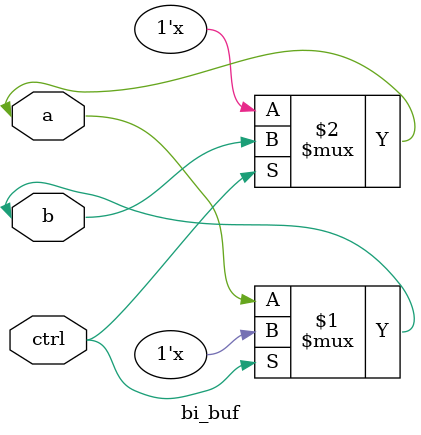
<source format=v>
module bi_buf ( inout a,b, input ctrl);
   bufif0(b,a,ctrl);
   bufif1(a,b,ctrl);
endmodule

</source>
